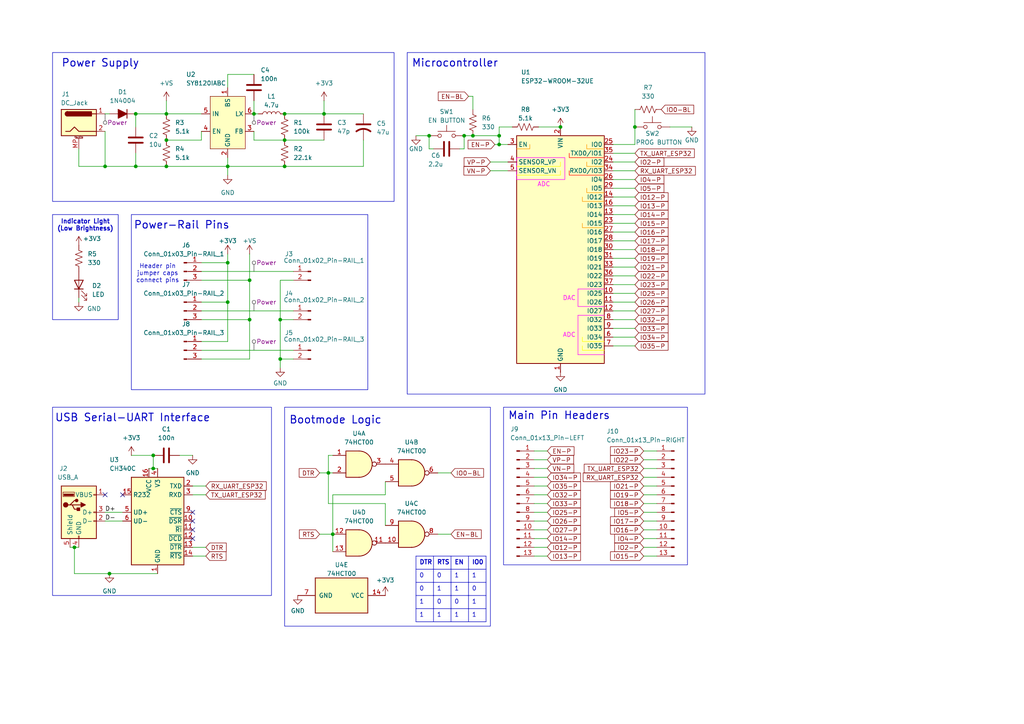
<source format=kicad_sch>
(kicad_sch (version 20250114) (generator "eeschema") (generator_version "9.0")
  (paper "A4")
  (title_block (title "ZBoard Mk-I") (date "2025-07-26") (rev "1") (company "The Zachary of Hobbs") (comment 3 "A great and wonderful ESP32-WROOM-32UE dev board designed by himself truly the \nZachary Hobbs who made this great item because he is kinda annoyed at currently existing \nboards which kinda suck to mount on a breadboard.\n\n"))
  (lib_symbols
    (symbol "74xx:74HCT00" (pin_names (offset 1.016))
      (property "Reference" "U" (at 0 1.27 0))
      (property "Value" "74HCT00" (at 0 -1.27 0))
      (symbol "74HCT00_1_1"
        (pin input line (at -7.62 2.54 0) (length 3.81) (name "~") (number "1"))
        (pin input line (at -7.62 -2.54 0) (length 3.81) (name "~") (number "2"))
        (pin output inverted (at 7.62 0 180) (length 3.81) (name "~") (number "3"))
      )
      (symbol "74HCT00_1_2"
        (pin input inverted (at -7.62 2.54 0) (length 4.318) (name "~") (number "1"))
        (pin input inverted (at -7.62 -2.54 0) (length 4.318) (name "~") (number "2"))
        (pin output line (at 7.62 0 180) (length 3.81) (name "~") (number "3"))
      )
      (symbol "74HCT00_2_1"
        (pin input line (at -7.62 2.54 0) (length 3.81) (name "~") (number "4"))
        (pin input line (at -7.62 -2.54 0) (length 3.81) (name "~") (number "5"))
        (pin output inverted (at 7.62 0 180) (length 3.81) (name "~") (number "6"))
      )
      (symbol "74HCT00_2_2"
        (pin input inverted (at -7.62 2.54 0) (length 4.318) (name "~") (number "4"))
        (pin input inverted (at -7.62 -2.54 0) (length 4.318) (name "~") (number "5"))
        (pin output line (at 7.62 0 180) (length 3.81) (name "~") (number "6"))
      )
      (symbol "74HCT00_3_1"
        (pin input line (at -7.62 2.54 0) (length 3.81) (name "~") (number "9"))
        (pin input line (at -7.62 -2.54 0) (length 3.81) (name "~") (number "10"))
        (pin output inverted (at 7.62 0 180) (length 3.81) (name "~") (number "8"))
      )
      (symbol "74HCT00_3_2"
        (pin input inverted (at -7.62 2.54 0) (length 4.318) (name "~") (number "9"))
        (pin input inverted (at -7.62 -2.54 0) (length 4.318) (name "~") (number "10"))
        (pin output line (at 7.62 0 180) (length 3.81) (name "~") (number "8"))
      )
      (symbol "74HCT00_4_1"
        (pin input line (at -7.62 2.54 0) (length 3.81) (name "~") (number "12"))
        (pin input line (at -7.62 -2.54 0) (length 3.81) (name "~") (number "13"))
        (pin output inverted (at 7.62 0 180) (length 3.81) (name "~") (number "11"))
      )
      (symbol "74HCT00_4_2"
        (pin input inverted (at -7.62 2.54 0) (length 4.318) (name "~") (number "12"))
        (pin input inverted (at -7.62 -2.54 0) (length 4.318) (name "~") (number "13"))
        (pin output line (at 7.62 0 180) (length 3.81) (name "~") (number "11"))
      )
      (symbol "74HCT00_5_0"
        (pin power_in line (at 0 12.7 270) (length 5.08) (name "VCC") (number "14"))
        (pin power_in line (at 0 -12.7 90) (length 5.08) (name "GND") (number "7"))
      )
    )
    (symbol "Connector:Barrel_Jack_MountingPin" (pin_names (hide yes))
      (property "Reference" "J" (at 0 5.334 0))
      (property "Value" "Barrel_Jack_MountingPin" (at 1.27 -6.35 0))
      (symbol "Barrel_Jack_MountingPin_1_1"
        (text "Mounting" (at 0 -4.191 0) (effects (font (size 0.381 0.381))))
        (pin passive line (at 0 -7.62 90) (length 3.048) (name "MountPin") (number "MP"))
        (pin passive line (at 7.62 2.54 180) (length 2.54) (name "~") (number "1"))
        (pin passive line (at 7.62 -2.54 180) (length 2.54) (name "~") (number "2"))
      )
    )
    (symbol "Connector:Conn_01x02_Pin" (pin_names (offset 1.016) (hide yes))
      (property "Reference" "J" (at 0 2.54 0))
      (property "Value" "Conn_01x02_Pin" (at 0 -5.08 0))
      (symbol "Conn_01x02_Pin_1_1"
        (pin passive line (at 5.08 0 180) (length 3.81) (name "Pin_1") (number "1"))
        (pin passive line (at 5.08 -2.54 180) (length 3.81) (name "Pin_2") (number "2"))
      )
    )
    (symbol "Connector:Conn_01x03_Pin" (pin_names (offset 1.016) (hide yes))
      (property "Reference" "J" (at 0 5.08 0))
      (property "Value" "Conn_01x03_Pin" (at 0 -5.08 0))
      (symbol "Conn_01x03_Pin_1_1"
        (pin passive line (at 5.08 2.54 180) (length 3.81) (name "Pin_1") (number "1"))
        (pin passive line (at 5.08 0 180) (length 3.81) (name "Pin_2") (number "2"))
        (pin passive line (at 5.08 -2.54 180) (length 3.81) (name "Pin_3") (number "3"))
      )
    )
    (symbol "Connector:Conn_01x13_Pin" (pin_names (offset 1.016) (hide yes))
      (property "Reference" "J" (at 0 17.78 0))
      (property "Value" "Conn_01x13_Pin" (at 0 -17.78 0))
      (symbol "Conn_01x13_Pin_1_1"
        (pin passive line (at 5.08 15.24 180) (length 3.81) (name "Pin_1") (number "1"))
        (pin passive line (at 5.08 12.7 180) (length 3.81) (name "Pin_2") (number "2"))
        (pin passive line (at 5.08 10.16 180) (length 3.81) (name "Pin_3") (number "3"))
        (pin passive line (at 5.08 7.62 180) (length 3.81) (name "Pin_4") (number "4"))
        (pin passive line (at 5.08 5.08 180) (length 3.81) (name "Pin_5") (number "5"))
        (pin passive line (at 5.08 2.54 180) (length 3.81) (name "Pin_6") (number "6"))
        (pin passive line (at 5.08 0 180) (length 3.81) (name "Pin_7") (number "7"))
        (pin passive line (at 5.08 -2.54 180) (length 3.81) (name "Pin_8") (number "8"))
        (pin passive line (at 5.08 -5.08 180) (length 3.81) (name "Pin_9") (number "9"))
        (pin passive line (at 5.08 -7.62 180) (length 3.81) (name "Pin_10") (number "10"))
        (pin passive line (at 5.08 -10.16 180) (length 3.81) (name "Pin_11") (number "11"))
        (pin passive line (at 5.08 -12.7 180) (length 3.81) (name "Pin_12") (number "12"))
        (pin passive line (at 5.08 -15.24 180) (length 3.81) (name "Pin_13") (number "13"))
      )
    )
    (symbol "Connector:USB_A" (pin_names (offset 1.016))
      (property "Reference" "J" (at -5.08 11.43 0))
      (property "Value" "USB_A" (at -5.08 8.89 0))
      (symbol "USB_A_1_1"
        (pin passive line (at -2.54 -10.16 90) (length 2.54) (name "Shield") (number "5"))
        (pin power_in line (at 0 -10.16 90) (length 2.54) (name "GND") (number "4"))
        (pin power_in line (at 7.62 5.08 180) (length 2.54) (name "VBUS") (number "1"))
        (pin bidirectional line (at 7.62 0 180) (length 2.54) (name "D+") (number "3"))
        (pin bidirectional line (at 7.62 -2.54 180) (length 2.54) (name "D-") (number "2"))
      )
    )
    (symbol "Device:C" (pin_numbers (hide yes)) (pin_names (offset 0.254))
      (property "Reference" "C" (at 0.635 2.54 0))
      (property "Value" "C" (at 0.635 -2.54 0))
      (symbol "C_1_1"
        (pin passive line (at 0 3.81 270) (length 2.794) (name "~") (number "1"))
        (pin passive line (at 0 -3.81 90) (length 2.794) (name "~") (number "2"))
      )
    )
    (symbol "Device:C_US" (pin_numbers (hide yes)) (pin_names (offset 0.254) (hide yes))
      (property "Reference" "C" (at 0.635 2.54 0))
      (property "Value" "C_US" (at 0.635 -2.54 0))
      (symbol "C_US_1_1"
        (pin passive line (at 0 3.81 270) (length 2.794) (name "~") (number "1"))
        (pin passive line (at 0 -3.81 90) (length 3.302) (name "~") (number "2"))
      )
    )
    (symbol "Device:L" (pin_numbers (hide yes)) (pin_names (offset 1.016) (hide yes))
      (property "Reference" "L" (at -1.27 0 90))
      (property "Value" "L" (at 1.905 0 90))
      (symbol "L_1_1"
        (pin passive line (at 0 3.81 270) (length 1.27) (name "1") (number "1"))
        (pin passive line (at 0 -3.81 90) (length 1.27) (name "2") (number "2"))
      )
    )
    (symbol "Device:LED" (pin_numbers (hide yes)) (pin_names (offset 1.016) (hide yes))
      (property "Reference" "D" (at 0 2.54 0))
      (property "Value" "LED" (at 0 -2.54 0))
      (symbol "LED_1_1"
        (pin passive line (at -3.81 0 0) (length 2.54) (name "K") (number "1"))
        (pin passive line (at 3.81 0 180) (length 2.54) (name "A") (number "2"))
      )
    )
    (symbol "Device:R_US" (pin_numbers (hide yes)) (pin_names (offset 0))
      (property "Reference" "R" (at 2.54 0 90))
      (property "Value" "R_US" (at -2.54 0 90))
      (symbol "R_US_1_1"
        (pin passive line (at 0 3.81 270) (length 1.27) (name "~") (number "1"))
        (pin passive line (at 0 -3.81 90) (length 1.27) (name "~") (number "2"))
      )
    )
    (symbol "Interface_USB:CH340C"
      (property "Reference" "U" (at -5.08 13.97 0))
      (property "Value" "CH340C" (at 1.27 13.97 0))
      (symbol "CH340C_1_1"
        (pin input line (at -10.16 7.62 0) (length 2.54) (name "R232") (number "15"))
        (pin bidirectional line (at -10.16 2.54 0) (length 2.54) (name "UD+") (number "5"))
        (pin bidirectional line (at -10.16 0 0) (length 2.54) (name "UD-") (number "6"))
        (pin no_connect line (at -7.62 -5.08 0) (length 2.54) (hide yes) (name "NC") (number "7"))
        (pin no_connect line (at -7.62 -7.62 0) (length 2.54) (hide yes) (name "NC") (number "8"))
        (pin power_in line (at -2.54 15.24 270) (length 2.54) (name "VCC") (number "16"))
        (pin power_out line (at 0 15.24 270) (length 2.54) (name "V3") (number "4"))
        (pin power_in line (at 0 -15.24 90) (length 2.54) (name "GND") (number "1"))
        (pin output line (at 10.16 10.16 180) (length 2.54) (name "TXD") (number "2"))
        (pin input line (at 10.16 7.62 180) (length 2.54) (name "RXD") (number "3"))
        (pin input line (at 10.16 2.54 180) (length 2.54) (name "~{CTS}") (number "9"))
        (pin input line (at 10.16 0 180) (length 2.54) (name "~{DSR}") (number "10"))
        (pin input line (at 10.16 -2.54 180) (length 2.54) (name "~{RI}") (number "11"))
        (pin input line (at 10.16 -5.08 180) (length 2.54) (name "~{DCD}") (number "12"))
        (pin output line (at 10.16 -7.62 180) (length 2.54) (name "~{DTR}") (number "13"))
        (pin output line (at 10.16 -10.16 180) (length 2.54) (name "~{RTS}") (number "14"))
      )
    )
    (symbol "PCM_Diode_AKL:1N4004" (pin_numbers (hide yes)) (pin_names (offset 1.016) (hide yes))
      (property "Reference" "D" (at 0 5.08 0))
      (property "Value" "1N4004" (at 0 2.54 0))
      (symbol "1N4004_1_1"
        (pin passive line (at -3.81 0 0) (length 2.54) (name "A") (number "2"))
        (pin passive line (at 3.81 0 180) (length 2.54) (name "K") (number "1"))
      )
      (symbol "1N4004_1_2"
        (pin passive line (at -2.54 -2.54 0) (length 0) (name "A") (number "2"))
        (pin passive line (at 2.54 2.54 180) (length 0) (name "K") (number "1"))
      )
    )
    (symbol "Switch:SW_Push" (pin_numbers (hide yes)) (pin_names (offset 1.016) (hide yes))
      (property "Reference" "SW" (at 1.27 2.54 0))
      (property "Value" "SW_Push" (at 0 -1.524 0))
      (symbol "SW_Push_0_1"
        (pin passive line (at -5.08 0 0) (length 2.54) (name "1") (number "1"))
        (pin passive line (at 5.08 0 180) (length 2.54) (name "2") (number "2"))
      )
    )
    (symbol "ZCustomSymbols:ESP32-WROOM-32UE"
      (property "Reference" "U" (at -23.114 39.37 0))
      (property "Value" "ESP32-WROOM-32UE" (at -23.114 36.83 0))
      (symbol "ESP32-WROOM-32UE_1_1"
        (text "ADC" (at -4.826 19.05 0) (effects (font (size 1.27 1.27))))
        (text "DAC" (at 2.54 -13.97 0) (effects (font (size 1.27 1.27))))
        (text "ADC" (at 2.54 -24.638 0) (effects (font (size 1.27 1.27))))
        (pin input line (at -15.24 30.48 0) (length 2.54) (name "EN") (number "3"))
        (pin input line (at -15.24 25.4 0) (length 2.54) (name "SENSOR_VP") (number "4"))
        (pin input line (at -15.24 22.86 0) (length 2.54) (name "SENSOR_VN") (number "5"))
        (pin no_connect line (at -12.7 0 0) (length 2.54) (hide yes) (name "NC") (number "21"))
        (pin no_connect line (at -12.7 -2.54 0) (length 2.54) (hide yes) (name "NC") (number "22"))
        (pin no_connect line (at -12.7 -5.08 0) (length 2.54) (hide yes) (name "NC") (number "17"))
        (pin no_connect line (at -12.7 -7.62 0) (length 2.54) (hide yes) (name "NC") (number "18"))
        (pin no_connect line (at -12.7 -10.16 0) (length 2.54) (hide yes) (name "NC") (number "20"))
        (pin no_connect line (at -12.7 -12.7 0) (length 2.54) (hide yes) (name "NC") (number "19"))
        (pin no_connect line (at -12.7 -27.94 0) (length 2.54) (hide yes) (name "NC") (number "32"))
        (pin power_in line (at 0 35.56 270) (length 2.54) (name "VIN") (number "2"))
        (pin power_in line (at 0 -35.56 90) (length 2.54) (name "GND") (number "1"))
        (pin passive line (at 0 -35.56 90) (length 2.54) (hide yes) (name "GND") (number "15"))
        (pin passive line (at 0 -35.56 90) (length 2.54) (hide yes) (name "GND") (number "38"))
        (pin passive line (at 0 -35.56 90) (length 2.54) (hide yes) (name "GND") (number "39"))
        (pin bidirectional line (at 15.24 30.48 180) (length 2.54) (name "IO0") (number "25"))
        (pin bidirectional line (at 15.24 27.94 180) (length 2.54) (name "TXD0/IO1") (number "35"))
        (pin bidirectional line (at 15.24 25.4 180) (length 2.54) (name "IO2") (number "24"))
        (pin bidirectional line (at 15.24 22.86 180) (length 2.54) (name "RXD0/IO3") (number "34"))
        (pin bidirectional line (at 15.24 20.32 180) (length 2.54) (name "IO4") (number "26"))
        (pin bidirectional line (at 15.24 17.78 180) (length 2.54) (name "IO5") (number "29"))
        (pin bidirectional line (at 15.24 15.24 180) (length 2.54) (name "IO12") (number "14"))
        (pin bidirectional line (at 15.24 12.7 180) (length 2.54) (name "IO13") (number "16"))
        (pin bidirectional line (at 15.24 10.16 180) (length 2.54) (name "IO14") (number "13"))
        (pin bidirectional line (at 15.24 7.62 180) (length 2.54) (name "IO15") (number "23"))
        (pin bidirectional line (at 15.24 5.08 180) (length 2.54) (name "IO16") (number "27"))
        (pin bidirectional line (at 15.24 2.54 180) (length 2.54) (name "IO17") (number "28"))
        (pin bidirectional line (at 15.24 0 180) (length 2.54) (name "IO18") (number "30"))
        (pin bidirectional line (at 15.24 -2.54 180) (length 2.54) (name "IO19") (number "31"))
        (pin bidirectional line (at 15.24 -5.08 180) (length 2.54) (name "IO21") (number "33"))
        (pin bidirectional line (at 15.24 -7.62 180) (length 2.54) (name "IO22") (number "36"))
        (pin bidirectional line (at 15.24 -10.16 180) (length 2.54) (name "IO23") (number "37"))
        (pin bidirectional line (at 15.24 -12.7 180) (length 2.54) (name "IO25") (number "10"))
        (pin bidirectional line (at 15.24 -15.24 180) (length 2.54) (name "IO26") (number "11"))
        (pin bidirectional line (at 15.24 -17.78 180) (length 2.54) (name "IO27") (number "12"))
        (pin bidirectional line (at 15.24 -20.32 180) (length 2.54) (name "IO32") (number "8"))
        (pin bidirectional line (at 15.24 -22.86 180) (length 2.54) (name "IO33") (number "9"))
        (pin input line (at 15.24 -25.4 180) (length 2.54) (name "IO34") (number "6"))
        (pin input line (at 15.24 -27.94 180) (length 2.54) (name "IO35") (number "7"))
      )
    )
    (symbol "ZCustomSymbols:SY8120IABC"
      (property "Reference" "U" (at -11.43 12.7 0))
      (property "Value" "SY8120IABC" (at -10.16 10.16 0))
      (symbol "SY8120IABC_1_1"
        (pin bidirectional line (at -7.62 2.54 0) (length 2.54) (name "IN") (number "5"))
        (pin bidirectional line (at -7.62 -2.54 0) (length 2.54) (name "EN") (number "4"))
        (pin bidirectional line (at 0 10.16 270) (length 2.54) (name "BS") (number "1"))
        (pin bidirectional line (at 0 -10.16 90) (length 2.54) (name "GND") (number "2"))
        (pin bidirectional line (at 7.62 2.54 180) (length 2.54) (name "LX") (number "6"))
        (pin bidirectional line (at 7.62 -2.54 180) (length 2.54) (name "FB") (number "3"))
      )
    )
    (symbol "power:+3V3" (power) (pin_numbers (hide yes)) (pin_names (offset 0) (hide yes))
      (property "Value" "+3V3" (at 0 3.556 0))
      (symbol "+3V3_1_1"
        (pin power_in line (at 0 0 90) (length 0) (name "~") (number "1"))
      )
    )
    (symbol "power:GND" (power) (pin_numbers (hide yes)) (pin_names (offset 0) (hide yes))
      (property "Value" "GND" (at 0 -3.81 0))
      (symbol "GND_1_1"
        (pin power_in line (at 0 0 270) (length 0) (name "~") (number "1"))
      )
    )
  )
  (rectangle (start 15.24 118.11) (end 78.74 172.72))
  (rectangle (start 146.05 118.11) (end 199.39 163.83))
  (rectangle (start 118.11 15.24) (end 204.47 114.3))
  (rectangle (start 82.55 118.11) (end 142.24 181.61))
  (rectangle (start 15.24 15.24) (end 114.3 58.42))
  (rectangle (start 38.1 62.23) (end 106.68 113.03))
  (rectangle (start 15.24 62.23) (end 34.29 92.71))
  (text "USB Serial-UART Interface" (at 15.875 121.285 0) (effects (font (size 2.2 2.2) (thickness 0.275)) (justify left)))
  (text "Indicator Light\n(Low Brightness)" (at 24.765 65.405 0) (effects (font (size 1.27 1.27) (thickness 0.254) (bold yes))))
  (text "Power Supply" (at 17.78 18.415 0) (effects (font (size 2.2 2.2) (thickness 0.275)) (justify left)))
  (text "Header pin\njumper caps\nconnect pins" (at 45.72 79.375 0) (effects (font (size 1.27 1.27))))
  (text "Main Pin Headers" (at 147.32 120.65 0) (effects (font (size 2.2 2.2) (thickness 0.275)) (justify left)))
  (text "Bootmode Logic" (at 83.82 121.92 0) (effects (font (size 2.2 2.2) (thickness 0.275)) (justify left)))
  (text "Power-Rail Pins" (at 38.735 65.405 0) (effects (font (size 2.2 2.2) (thickness 0.275)) (justify left)))
  (text "Microcontroller" (at 119.38 18.415 0) (effects (font (size 2.2 2.2) (thickness 0.275)) (justify left)))
  (junction (at 21.59 158.75))
  (junction (at 31.75 166.37))
  (junction (at 66.04 87.63))
  (junction (at 44.45 132.08))
  (junction (at 184.15 36.83))
  (junction (at 144.78 41.91))
  (junction (at 44.45 135.89))
  (junction (at 39.37 48.26))
  (junction (at 95.25 137.16))
  (junction (at 66.04 48.26))
  (junction (at 81.28 104.14))
  (junction (at 134.62 39.37))
  (junction (at 30.48 48.26))
  (junction (at 48.26 48.26))
  (junction (at 48.26 33.02))
  (junction (at 72.39 92.71))
  (junction (at 82.55 40.64))
  (junction (at 66.04 76.2))
  (junction (at 39.37 33.02))
  (junction (at 82.55 48.26))
  (junction (at 72.39 81.28))
  (junction (at 81.28 92.71))
  (junction (at 144.78 39.37))
  (junction (at 124.46 39.37))
  (junction (at 82.55 33.02))
  (junction (at 73.66 33.02))
  (junction (at 96.52 154.94))
  (junction (at 48.26 40.64))
  (junction (at 137.16 39.37))
  (junction (at 93.98 33.02))
  (junction (at 162.56 36.83))
  (no_connect (at 30.48 143.51))
  (no_connect (at 55.88 156.21))
  (no_connect (at 55.88 148.59))
  (no_connect (at 55.88 151.13))
  (no_connect (at 35.56 143.51))
  (no_connect (at 55.88 153.67))
  (wire (pts (xy 154.94 133.35) (xy 158.75 133.35)))
  (wire (pts (xy 73.66 21.59) (xy 66.04 21.59)))
  (wire (pts (xy 154.94 158.75) (xy 158.75 158.75)))
  (wire (pts (xy 177.8 85.09) (xy 184.15 85.09)))
  (wire (pts (xy 44.45 132.08) (xy 44.45 135.89)))
  (wire (pts (xy 21.59 158.75) (xy 20.32 158.75)))
  (wire (pts (xy 154.94 130.81) (xy 158.75 130.81)))
  (wire (pts (xy 177.8 64.77) (xy 184.15 64.77)))
  (wire (pts (xy 154.94 153.67) (xy 158.75 153.67)))
  (wire (pts (xy 177.8 62.23) (xy 184.15 62.23)))
  (wire (pts (xy 194.31 36.83) (xy 200.66 36.83)))
  (wire (pts (xy 30.48 38.1) (xy 30.48 48.26)))
  (wire (pts (xy 92.71 154.94) (xy 96.52 154.94)))
  (wire (pts (xy 154.94 156.21) (xy 158.75 156.21)))
  (wire (pts (xy 186.69 158.75) (xy 190.5 158.75)))
  (wire (pts (xy 31.75 166.37) (xy 21.59 166.37)))
  (wire (pts (xy 184.15 41.91) (xy 177.8 41.91)))
  (wire (pts (xy 186.69 146.05) (xy 190.5 146.05)))
  (wire (pts (xy 95.25 146.05) (xy 111.76 146.05)))
  (wire (pts (xy 31.75 166.37) (xy 45.72 166.37)))
  (wire (pts (xy 58.42 90.17) (xy 85.09 90.17)))
  (wire (pts (xy 127 154.94) (xy 130.81 154.94)))
  (wire (pts (xy 177.8 72.39) (xy 184.15 72.39)))
  (wire (pts (xy 134.62 39.37) (xy 137.16 39.37)))
  (wire (pts (xy 55.88 158.75) (xy 59.69 158.75)))
  (wire (pts (xy 93.98 33.02) (xy 105.41 33.02)))
  (wire (pts (xy 30.48 151.13) (xy 35.56 151.13)))
  (wire (pts (xy 111.76 146.05) (xy 111.76 152.4)))
  (wire (pts (xy 21.59 166.37) (xy 21.59 158.75)))
  (wire (pts (xy 186.69 130.81) (xy 190.5 130.81)))
  (wire (pts (xy 74.93 33.02) (xy 73.66 33.02)))
  (wire (pts (xy 43.18 135.89) (xy 44.45 135.89)))
  (wire (pts (xy 81.28 92.71) (xy 81.28 81.28)))
  (wire (pts (xy 72.39 81.28) (xy 58.42 81.28)))
  (wire (pts (xy 48.26 33.02) (xy 58.42 33.02)))
  (wire (pts (xy 58.42 101.6) (xy 85.09 101.6)))
  (wire (pts (xy 30.48 48.26) (xy 39.37 48.26)))
  (wire (pts (xy 95.25 137.16) (xy 95.25 146.05)))
  (wire (pts (xy 58.42 40.64) (xy 58.42 38.1)))
  (wire (pts (xy 137.16 39.37) (xy 144.78 39.37)))
  (wire (pts (xy 95.25 132.08) (xy 96.52 132.08)))
  (wire (pts (xy 177.8 80.01) (xy 184.15 80.01)))
  (wire (pts (xy 134.62 43.18) (xy 134.62 39.37)))
  (wire (pts (xy 48.26 29.21) (xy 48.26 33.02)))
  (wire (pts (xy 154.94 161.29) (xy 158.75 161.29)))
  (wire (pts (xy 186.69 151.13) (xy 190.5 151.13)))
  (wire (pts (xy 177.8 49.53) (xy 184.15 49.53)))
  (wire (pts (xy 144.78 36.83) (xy 148.59 36.83)))
  (wire (pts (xy 81.28 104.14) (xy 81.28 92.71)))
  (wire (pts (xy 177.8 59.69) (xy 184.15 59.69)))
  (wire (pts (xy 105.41 40.64) (xy 105.41 48.26)))
  (wire (pts (xy 48.26 48.26) (xy 66.04 48.26)))
  (wire (pts (xy 154.94 138.43) (xy 158.75 138.43)))
  (wire (pts (xy 66.04 48.26) (xy 82.55 48.26)))
  (wire (pts (xy 96.52 154.94) (xy 96.52 160.02)))
  (wire (pts (xy 186.69 140.97) (xy 190.5 140.97)))
  (wire (pts (xy 127 137.16) (xy 130.81 137.16)))
  (wire (pts (xy 186.69 133.35) (xy 190.5 133.35)))
  (wire (pts (xy 154.94 143.51) (xy 158.75 143.51)))
  (wire (pts (xy 81.28 92.71) (xy 85.09 92.71)))
  (wire (pts (xy 72.39 81.28) (xy 72.39 92.71)))
  (wire (pts (xy 133.35 43.18) (xy 134.62 43.18)))
  (wire (pts (xy 38.1 132.08) (xy 44.45 132.08)))
  (wire (pts (xy 177.8 77.47) (xy 184.15 77.47)))
  (wire (pts (xy 186.69 135.89) (xy 190.5 135.89)))
  (wire (pts (xy 142.24 46.99) (xy 147.32 46.99)))
  (wire (pts (xy 144.78 41.91) (xy 144.78 39.37)))
  (wire (pts (xy 55.88 140.97) (xy 59.69 140.97)))
  (wire (pts (xy 186.69 138.43) (xy 190.5 138.43)))
  (wire (pts (xy 177.8 90.17) (xy 184.15 90.17)))
  (wire (pts (xy 22.86 158.75) (xy 21.59 158.75)))
  (wire (pts (xy 95.25 137.16) (xy 96.52 137.16)))
  (wire (pts (xy 186.69 143.51) (xy 190.5 143.51)))
  (wire (pts (xy 105.41 48.26) (xy 82.55 48.26)))
  (wire (pts (xy 30.48 148.59) (xy 35.56 148.59)))
  (wire (pts (xy 58.42 78.74) (xy 85.09 78.74)))
  (wire (pts (xy 39.37 44.45) (xy 39.37 48.26)))
  (wire (pts (xy 143.51 41.91) (xy 144.78 41.91)))
  (wire (pts (xy 142.24 49.53) (xy 147.32 49.53)))
  (wire (pts (xy 66.04 45.72) (xy 66.04 48.26)))
  (wire (pts (xy 66.04 87.63) (xy 58.42 87.63)))
  (wire (pts (xy 72.39 92.71) (xy 58.42 92.71)))
  (wire (pts (xy 95.25 132.08) (xy 95.25 137.16)))
  (wire (pts (xy 96.52 154.94) (xy 96.52 143.51)))
  (wire (pts (xy 66.04 50.8) (xy 66.04 48.26)))
  (wire (pts (xy 30.48 33.02) (xy 31.75 33.02)))
  (wire (pts (xy 177.8 46.99) (xy 184.15 46.99)))
  (wire (pts (xy 177.8 52.07) (xy 184.15 52.07)))
  (wire (pts (xy 135.89 27.94) (xy 137.16 27.94)))
  (wire (pts (xy 22.86 48.26) (xy 22.86 43.18)))
  (wire (pts (xy 52.07 132.08) (xy 55.88 132.08)))
  (wire (pts (xy 177.8 97.79) (xy 184.15 97.79)))
  (wire (pts (xy 154.94 135.89) (xy 158.75 135.89)))
  (wire (pts (xy 144.78 41.91) (xy 147.32 41.91)))
  (wire (pts (xy 186.69 148.59) (xy 190.5 148.59)))
  (wire (pts (xy 92.71 137.16) (xy 95.25 137.16)))
  (wire (pts (xy 39.37 48.26) (xy 48.26 48.26)))
  (wire (pts (xy 72.39 104.14) (xy 58.42 104.14)))
  (wire (pts (xy 73.66 40.64) (xy 82.55 40.64)))
  (wire (pts (xy 137.16 27.94) (xy 137.16 31.75)))
  (wire (pts (xy 186.69 161.29) (xy 190.5 161.29)))
  (wire (pts (xy 177.8 100.33) (xy 184.15 100.33)))
  (wire (pts (xy 81.28 81.28) (xy 85.09 81.28)))
  (wire (pts (xy 22.86 48.26) (xy 30.48 48.26)))
  (wire (pts (xy 81.28 104.14) (xy 85.09 104.14)))
  (wire (pts (xy 177.8 95.25) (xy 184.15 95.25)))
  (wire (pts (xy 66.04 76.2) (xy 58.42 76.2)))
  (wire (pts (xy 48.26 40.64) (xy 58.42 40.64)))
  (wire (pts (xy 39.37 33.02) (xy 48.26 33.02)))
  (wire (pts (xy 124.46 39.37) (xy 124.46 43.18)))
  (wire (pts (xy 66.04 76.2) (xy 66.04 87.63)))
  (wire (pts (xy 184.15 31.75) (xy 184.15 36.83)))
  (wire (pts (xy 93.98 29.21) (xy 93.98 33.02)))
  (wire (pts (xy 55.88 161.29) (xy 59.69 161.29)))
  (wire (pts (xy 184.15 36.83) (xy 184.15 41.91)))
  (wire (pts (xy 177.8 44.45) (xy 184.15 44.45)))
  (wire (pts (xy 73.66 29.21) (xy 73.66 33.02)))
  (wire (pts (xy 177.8 69.85) (xy 184.15 69.85)))
  (wire (pts (xy 186.69 156.21) (xy 190.5 156.21)))
  (wire (pts (xy 154.94 148.59) (xy 158.75 148.59)))
  (wire (pts (xy 177.8 54.61) (xy 184.15 54.61)))
  (wire (pts (xy 44.45 135.89) (xy 45.72 135.89)))
  (wire (pts (xy 81.28 106.68) (xy 81.28 104.14)))
  (wire (pts (xy 39.37 36.83) (xy 39.37 33.02)))
  (wire (pts (xy 120.65 39.37) (xy 124.46 39.37)))
  (wire (pts (xy 177.8 67.31) (xy 184.15 67.31)))
  (wire (pts (xy 72.39 92.71) (xy 72.39 104.14)))
  (wire (pts (xy 96.52 143.51) (xy 111.76 143.51)))
  (wire (pts (xy 154.94 146.05) (xy 158.75 146.05)))
  (wire (pts (xy 82.55 40.64) (xy 93.98 40.64)))
  (wire (pts (xy 72.39 73.66) (xy 72.39 81.28)))
  (wire (pts (xy 154.94 151.13) (xy 158.75 151.13)))
  (wire (pts (xy 73.66 38.1) (xy 73.66 40.64)))
  (wire (pts (xy 82.55 33.02) (xy 93.98 33.02)))
  (wire (pts (xy 177.8 74.93) (xy 184.15 74.93)))
  (wire (pts (xy 154.94 140.97) (xy 158.75 140.97)))
  (wire (pts (xy 66.04 99.06) (xy 58.42 99.06)))
  (wire (pts (xy 177.8 82.55) (xy 184.15 82.55)))
  (wire (pts (xy 66.04 73.66) (xy 66.04 76.2)))
  (wire (pts (xy 55.88 143.51) (xy 59.69 143.51)))
  (wire (pts (xy 66.04 21.59) (xy 66.04 25.4)))
  (wire (pts (xy 186.69 153.67) (xy 190.5 153.67)))
  (wire (pts (xy 66.04 87.63) (xy 66.04 99.06)))
  (wire (pts (xy 156.21 36.83) (xy 162.56 36.83)))
  (wire (pts (xy 144.78 36.83) (xy 144.78 39.37)))
  (wire (pts (xy 22.86 86.36) (xy 22.86 87.63)))
  (wire (pts (xy 111.76 143.51) (xy 111.76 139.7)))
  (wire (pts (xy 177.8 87.63) (xy 184.15 87.63)))
  (wire (pts (xy 177.8 57.15) (xy 184.15 57.15)))
  (wire (pts (xy 124.46 43.18) (xy 125.73 43.18)))
  (wire (pts (xy 177.8 92.71) (xy 184.15 92.71)))
  (table (column_count 4) (border (external yes) (header yes) (stroke (width 0.4))) (separators (rows yes) (cols yes)) (column_widths 5.08 5.08 5.08 5.08) (row_heights 3.81 3.81 3.81 3.81 3.81) (cells (table_cell "DTR" (at 120.65 161.29 0) (size 5.08 3.81) (margins 0.9525 0.9525 0.9525 0.9525) (span 1 1)) (table_cell "RTS" (at 125.73 161.29 0) (size 5.08 3.81) (margins 0.9525 0.9525 0.9525 0.9525) (span 1 1)) (table_cell "EN" (at 130.81 161.29 0) (size 5.08 3.81) (margins 0.9525 0.9525 0.9525 0.9525) (span 1 1)) (table_cell "IO0" (at 135.89 161.29 0) (size 5.08 3.81) (margins 0.9525 0.9525 0.9525 0.9525) (span 1 1)) (table_cell "0" (at 120.65 165.1 0) (size 5.08 3.81) (margins 0.9525 0.9525 0.9525 0.9525) (span 1 1)) (table_cell "0" (at 125.73 165.1 0) (size 5.08 3.81) (margins 0.9525 0.9525 0.9525 0.9525) (span 1 1)) (table_cell "1" (at 130.81 165.1 0) (size 5.08 3.81) (margins 0.9525 0.9525 0.9525 0.9525) (span 1 1)) (table_cell "1" (at 135.89 165.1 0) (size 5.08 3.81) (margins 0.9525 0.9525 0.9525 0.9525) (span 1 1)) (table_cell "0" (at 120.65 168.91 0) (size 5.08 3.81) (margins 0.9525 0.9525 0.9525 0.9525) (span 1 1)) (table_cell "1" (at 125.73 168.91 0) (size 5.08 3.81) (margins 0.9525 0.9525 0.9525 0.9525) (span 1 1)) (table_cell "1" (at 130.81 168.91 0) (size 5.08 3.81) (margins 0.9525 0.9525 0.9525 0.9525) (span 1 1)) (table_cell "0" (at 135.89 168.91 0) (size 5.08 3.81) (margins 0.9525 0.9525 0.9525 0.9525) (span 1 1)) (table_cell "1" (at 120.65 172.72 0) (size 5.08 3.81) (margins 0.9525 0.9525 0.9525 0.9525) (span 1 1)) (table_cell "0" (at 125.73 172.72 0) (size 5.08 3.81) (margins 0.9525 0.9525 0.9525 0.9525) (span 1 1)) (table_cell "0" (at 130.81 172.72 0) (size 5.08 3.81) (margins 0.9525 0.9525 0.9525 0.9525) (span 1 1)) (table_cell "1" (at 135.89 172.72 0) (size 5.08 3.81) (margins 0.9525 0.9525 0.9525 0.9525) (span 1 1)) (table_cell "1" (at 120.65 176.53 0) (size 5.08 3.81) (margins 0.9525 0.9525 0.9525 0.9525) (span 1 1)) (table_cell "1" (at 125.73 176.53 0) (size 5.08 3.81) (margins 0.9525 0.9525 0.9525 0.9525) (span 1 1)) (table_cell "1" (at 130.81 176.53 0) (size 5.08 3.81) (margins 0.9525 0.9525 0.9525 0.9525) (span 1 1)) (table_cell "1" (at 135.89 176.53 0) (size 5.08 3.81) (margins 0.9525 0.9525 0.9525 0.9525) (span 1 1))))
  (label "D-" (at 30.48 151.13 0))
  (label "D+" (at 30.48 148.59 0))
  (global_label "IO4-P" (shape input) (at 186.69 156.21 180) (property "Intersheetrefs" "${INTERSHEET_REFS}" (effects (hide yes))))
  (global_label "VN-P" (shape input) (at 142.24 49.53 180) (property "Intersheetrefs" "${INTERSHEET_REFS}" (effects (hide yes))))
  (global_label "IO15-P" (shape input) (at 186.69 161.29 180) (property "Intersheetrefs" "${INTERSHEET_REFS}" (effects (hide yes))))
  (global_label "IO2-P" (shape input) (at 186.69 158.75 180) (property "Intersheetrefs" "${INTERSHEET_REFS}" (effects (hide yes))))
  (global_label "IO5-P" (shape input) (at 184.15 54.61 0) (property "Intersheetrefs" "${INTERSHEET_REFS}" (effects (hide yes))))
  (global_label "RX_UART_ESP32" (shape input) (at 59.69 140.97 0) (property "Intersheetrefs" "${INTERSHEET_REFS}" (effects (hide yes))))
  (global_label "IO5-P" (shape input) (at 186.69 148.59 180) (property "Intersheetrefs" "${INTERSHEET_REFS}" (effects (hide yes))))
  (global_label "IO17-P" (shape input) (at 186.69 151.13 180) (property "Intersheetrefs" "${INTERSHEET_REFS}" (effects (hide yes))))
  (global_label "IO34-P" (shape input) (at 184.15 97.79 0) (property "Intersheetrefs" "${INTERSHEET_REFS}" (effects (hide yes))))
  (global_label "IO32-P" (shape input) (at 158.75 143.51 0) (property "Intersheetrefs" "${INTERSHEET_REFS}" (effects (hide yes))))
  (global_label "IO23-P" (shape input) (at 184.15 82.55 0) (property "Intersheetrefs" "${INTERSHEET_REFS}" (effects (hide yes))))
  (global_label "IO22-P" (shape input) (at 186.69 133.35 180) (property "Intersheetrefs" "${INTERSHEET_REFS}" (effects (hide yes))))
  (global_label "IO13-P" (shape input) (at 158.75 161.29 0) (property "Intersheetrefs" "${INTERSHEET_REFS}" (effects (hide yes))))
  (global_label "VP-P" (shape input) (at 142.24 46.99 180) (property "Intersheetrefs" "${INTERSHEET_REFS}" (effects (hide yes))))
  (global_label "IO16-P" (shape input) (at 184.15 67.31 0) (property "Intersheetrefs" "${INTERSHEET_REFS}" (effects (hide yes))))
  (global_label "TX_UART_ESP32" (shape input) (at 186.69 135.89 180) (property "Intersheetrefs" "${INTERSHEET_REFS}" (effects (hide yes))))
  (global_label "IO35-P" (shape input) (at 158.75 140.97 0) (property "Intersheetrefs" "${INTERSHEET_REFS}" (effects (hide yes))))
  (global_label "IO16-P" (shape input) (at 186.69 153.67 180) (property "Intersheetrefs" "${INTERSHEET_REFS}" (effects (hide yes))))
  (global_label "IO33-P" (shape input) (at 158.75 146.05 0) (property "Intersheetrefs" "${INTERSHEET_REFS}" (effects (hide yes))))
  (global_label "DTR" (shape input) (at 59.69 158.75 0) (property "Intersheetrefs" "${INTERSHEET_REFS}" (effects (hide yes))))
  (global_label "EN-P" (shape input) (at 143.51 41.91 180) (property "Intersheetrefs" "${INTERSHEET_REFS}" (effects (hide yes))))
  (global_label "IO32-P" (shape input) (at 184.15 92.71 0) (property "Intersheetrefs" "${INTERSHEET_REFS}" (effects (hide yes))))
  (global_label "IO33-P" (shape input) (at 184.15 95.25 0) (property "Intersheetrefs" "${INTERSHEET_REFS}" (effects (hide yes))))
  (global_label "IO19-P" (shape input) (at 184.15 74.93 0) (property "Intersheetrefs" "${INTERSHEET_REFS}" (effects (hide yes))))
  (global_label "IO19-P" (shape input) (at 186.69 143.51 180) (property "Intersheetrefs" "${INTERSHEET_REFS}" (effects (hide yes))))
  (global_label "IO26-P" (shape input) (at 184.15 87.63 0) (property "Intersheetrefs" "${INTERSHEET_REFS}" (effects (hide yes))))
  (global_label "IO34-P" (shape input) (at 158.75 138.43 0) (property "Intersheetrefs" "${INTERSHEET_REFS}" (effects (hide yes))))
  (global_label "RX_UART_ESP32" (shape input) (at 184.15 49.53 0) (property "Intersheetrefs" "${INTERSHEET_REFS}" (effects (hide yes))))
  (global_label "IO15-P" (shape input) (at 184.15 64.77 0) (property "Intersheetrefs" "${INTERSHEET_REFS}" (effects (hide yes))))
  (global_label "IO21-P" (shape input) (at 184.15 77.47 0) (property "Intersheetrefs" "${INTERSHEET_REFS}" (effects (hide yes))))
  (global_label "IO12-P" (shape input) (at 158.75 158.75 0) (property "Intersheetrefs" "${INTERSHEET_REFS}" (effects (hide yes))))
  (global_label "IO27-P" (shape input) (at 184.15 90.17 0) (property "Intersheetrefs" "${INTERSHEET_REFS}" (effects (hide yes))))
  (global_label "IO21-P" (shape input) (at 186.69 140.97 180) (property "Intersheetrefs" "${INTERSHEET_REFS}" (effects (hide yes))))
  (global_label "EN-BL" (shape input) (at 130.81 154.94 0) (property "Intersheetrefs" "${INTERSHEET_REFS}" (effects (hide yes))))
  (global_label "IO27-P" (shape input) (at 158.75 153.67 0) (property "Intersheetrefs" "${INTERSHEET_REFS}" (effects (hide yes))))
  (global_label "IO13-P" (shape input) (at 184.15 59.69 0) (property "Intersheetrefs" "${INTERSHEET_REFS}" (effects (hide yes))))
  (global_label "VN-P" (shape input) (at 158.75 135.89 0) (property "Intersheetrefs" "${INTERSHEET_REFS}" (effects (hide yes))))
  (global_label "IO25-P" (shape input) (at 158.75 148.59 0) (property "Intersheetrefs" "${INTERSHEET_REFS}" (effects (hide yes))))
  (global_label "DTR" (shape input) (at 92.71 137.16 180) (property "Intersheetrefs" "${INTERSHEET_REFS}" (effects (hide yes))))
  (global_label "IO14-P" (shape input) (at 184.15 62.23 0) (property "Intersheetrefs" "${INTERSHEET_REFS}" (effects (hide yes))))
  (global_label "RX_UART_ESP32" (shape input) (at 186.69 138.43 180) (property "Intersheetrefs" "${INTERSHEET_REFS}" (effects (hide yes))))
  (global_label "IO22-P" (shape input) (at 184.15 80.01 0) (property "Intersheetrefs" "${INTERSHEET_REFS}" (effects (hide yes))))
  (global_label "IO2-P" (shape input) (at 184.15 46.99 0) (property "Intersheetrefs" "${INTERSHEET_REFS}" (effects (hide yes))))
  (global_label "IO0-BL" (shape input) (at 130.81 137.16 0) (property "Intersheetrefs" "${INTERSHEET_REFS}" (effects (hide yes))))
  (global_label "EN-P" (shape input) (at 158.75 130.81 0) (property "Intersheetrefs" "${INTERSHEET_REFS}" (effects (hide yes))))
  (global_label "IO23-P" (shape input) (at 186.69 130.81 180) (property "Intersheetrefs" "${INTERSHEET_REFS}" (effects (hide yes))))
  (global_label "TX_UART_ESP32" (shape input) (at 184.15 44.45 0) (property "Intersheetrefs" "${INTERSHEET_REFS}" (effects (hide yes))))
  (global_label "IO25-P" (shape input) (at 184.15 85.09 0) (property "Intersheetrefs" "${INTERSHEET_REFS}" (effects (hide yes))))
  (global_label "TX_UART_ESP32" (shape input) (at 59.69 143.51 0) (property "Intersheetrefs" "${INTERSHEET_REFS}" (effects (hide yes))))
  (global_label "IO18-P" (shape input) (at 186.69 146.05 180) (property "Intersheetrefs" "${INTERSHEET_REFS}" (effects (hide yes))))
  (global_label "IO18-P" (shape input) (at 184.15 72.39 0) (property "Intersheetrefs" "${INTERSHEET_REFS}" (effects (hide yes))))
  (global_label "EN-BL" (shape input) (at 135.89 27.94 180) (property "Intersheetrefs" "${INTERSHEET_REFS}" (effects (hide yes))))
  (global_label "RTS" (shape input) (at 59.69 161.29 0) (property "Intersheetrefs" "${INTERSHEET_REFS}" (effects (hide yes))))
  (global_label "IO4-P" (shape input) (at 184.15 52.07 0) (property "Intersheetrefs" "${INTERSHEET_REFS}" (effects (hide yes))))
  (global_label "IO17-P" (shape input) (at 184.15 69.85 0) (property "Intersheetrefs" "${INTERSHEET_REFS}" (effects (hide yes))))
  (global_label "VP-P" (shape input) (at 158.75 133.35 0) (property "Intersheetrefs" "${INTERSHEET_REFS}" (effects (hide yes))))
  (global_label "IO14-P" (shape input) (at 158.75 156.21 0) (property "Intersheetrefs" "${INTERSHEET_REFS}" (effects (hide yes))))
  (global_label "IO12-P" (shape input) (at 184.15 57.15 0) (property "Intersheetrefs" "${INTERSHEET_REFS}" (effects (hide yes))))
  (global_label "IO35-P" (shape input) (at 184.15 100.33 0) (property "Intersheetrefs" "${INTERSHEET_REFS}" (effects (hide yes))))
  (global_label "IO26-P" (shape input) (at 158.75 151.13 0) (property "Intersheetrefs" "${INTERSHEET_REFS}" (effects (hide yes))))
  (global_label "RTS" (shape input) (at 92.71 154.94 180) (property "Intersheetrefs" "${INTERSHEET_REFS}" (effects (hide yes))))
  (global_label "IO0-BL" (shape input) (at 191.77 31.75 0) (property "Intersheetrefs" "${INTERSHEET_REFS}" (effects (hide yes))))
  (netclass_flag "" (length 2.54) (shape round) (at 73.66 33.02 180) (property "Netclass" "Power" (at 74.3585 35.56 0) (effects (justify left))))
  (netclass_flag "" (length 2.54) (shape round) (at 30.48 33.02 180) (property "Netclass" "Power" (at 31.115 35.56 0) (effects (justify left))))
  (netclass_flag "" (length 2.54) (shape round) (at 73.66 90.17 0) (property "Netclass" "Power" (at 74.3585 87.63 0) (effects (justify left))))
  (netclass_flag "" (length 2.54) (shape round) (at 73.66 101.6 0) (property "Netclass" "Power" (at 74.3585 99.06 0) (effects (justify left))))
  (netclass_flag "" (length 2.54) (shape round) (at 73.66 78.74 0) (property "Netclass" "Power" (at 74.3585 76.2 0) (effects (justify left))))
  (symbol (lib_id "power:+3V3") (at 38.1 132.08 0) (unit 1)
    (property "Reference" "#PWR06" (effects (hide yes)))
    (property "Value" "+3V3" (at 38.1 127 0))
    (property "Description" "Power symbol creates a global label with name \"+3V3\"" (effects (hide yes)))
  )
  (symbol (lib_id "Device:C") (at 39.37 40.64 0) (unit 1)
    (property "Reference" "C2" (at 43.18 39.3699 0) (effects (justify left)))
    (property "Value" "10u" (at 43.18 41.9099 0) (effects (justify left)))
    (property "Description" "Unpolarized capacitor" (effects (hide yes)))
  )
  (symbol (lib_id "power:+3V3") (at 48.26 29.21 0) (unit 1)
    (property "Reference" "#PWR08" (effects (hide yes)))
    (property "Value" "+VS" (at 48.26 24.13 0))
    (property "Description" "Power symbol creates a global label with name \"+3V3\"" (effects (hide yes)))
  )
  (symbol (lib_id "74xx:74HCT00") (at 119.38 154.94 0) (unit 3)
    (property "Reference" "U4" (at 119.3717 146.05 0))
    (property "Value" "74HCT00" (at 119.3717 148.59 0))
    (property "Datasheet" "http://www.ti.com/lit/gpn/sn74hct00" (effects (hide yes)))
    (property "Description" "quad 2-input NAND gate" (effects (hide yes)))
  )
  (symbol (lib_id "Device:C_US") (at 105.41 36.83 0) (unit 1)
    (property "Reference" "C5" (at 109.22 35.8139 0) (effects (justify left)))
    (property "Value" "47u" (at 109.22 38.3539 0) (effects (justify left)))
    (property "Description" "capacitor, US symbol" (effects (hide yes)))
  )
  (symbol (lib_id "Device:C") (at 73.66 25.4 0) (unit 1)
    (property "Reference" "C4" (at 75.565 20.32 0) (effects (justify left)))
    (property "Value" "100n" (at 75.565 22.86 0) (effects (justify left)))
    (property "Description" "Unpolarized capacitor" (effects (hide yes)))
  )
  (symbol (lib_id "power:+3V3") (at 72.39 73.66 0) (unit 1)
    (property "Reference" "#PWR013" (effects (hide yes)))
    (property "Value" "+VS" (at 72.39 69.85 0))
    (property "Description" "Power symbol creates a global label with name \"+3V3\"" (effects (hide yes)))
  )
  (symbol (lib_id "Connector:Conn_01x03_Pin") (at 53.34 90.17 0) (unit 1)
    (property "Reference" "J7" (at 53.975 82.55 0))
    (property "Value" "Conn_01x03_Pin-RAIL_2" (at 53.34 85.09 0))
    (property "Footprint" "Connector_PinHeader_2.54mm:PinHeader_1x03_P2.54mm_Vertical" (effects (hide yes)))
    (property "Description" "Generic connector, single row, 01x03, script generated" (effects (hide yes)))
  )
  (symbol (lib_id "74xx:74HCT00") (at 99.06 172.72 270) (unit 5)
    (property "Reference" "U4" (at 99.06 163.83 90))
    (property "Value" "74HCT00" (at 99.06 166.37 90))
    (property "Datasheet" "http://www.ti.com/lit/gpn/sn74hct00" (effects (hide yes)))
    (property "Description" "quad 2-input NAND gate" (effects (hide yes)))
  )
  (symbol (lib_id "ZCustomSymbols:SY8120IABC") (at 66.04 35.56 0) (unit 1)
    (property "Reference" "U2" (at 53.975 21.59 0) (effects (justify left)))
    (property "Value" "SY8120IABC" (at 53.975 24.13 0) (effects (justify left)))
    (property "Footprint" "Package_TO_SOT_SMD:SOT-23-6" (effects (hide yes)))
    (property "Datasheet" "https://www.lcsc.com/datasheet/lcsc_datasheet_2409291036_Silergy-Corp-SY8120IABC_C479076.pdf" (effects (hide yes)))
  )
  (symbol (lib_id "Connector:Conn_01x13_Pin") (at 149.86 146.05 0) (unit 1)
    (property "Reference" "J9" (at 149.225 124.46 0))
    (property "Value" "Conn_01x13_Pin-LEFT" (at 158.75 127 0))
    (property "Footprint" "Connector_PinHeader_2.54mm:PinHeader_1x13_P2.54mm_Vertical" (effects (hide yes)))
    (property "Description" "Generic connector, single row, 01x13, script generated" (effects (hide yes)))
  )
  (symbol (lib_id "Connector:Conn_01x03_Pin") (at 53.34 101.6 0) (unit 1)
    (property "Reference" "J8" (at 53.975 93.98 0))
    (property "Value" "Conn_01x03_Pin-RAIL_3" (at 53.34 96.52 0))
    (property "Footprint" "Connector_PinHeader_2.54mm:PinHeader_1x03_P2.54mm_Vertical" (effects (hide yes)))
    (property "Description" "Generic connector, single row, 01x03, script generated" (effects (hide yes)))
  )
  (symbol (lib_id "power:GND") (at 55.88 132.08 0) (unit 1)
    (property "Reference" "#PWR04" (effects (hide yes)))
    (property "Value" "GND" (at 55.88 137.16 0))
    (property "Description" "Power symbol creates a global label with name \"GND\" , ground" (effects (hide yes)))
  )
  (symbol (lib_id "Device:R_US") (at 22.86 74.93 0) (unit 1)
    (property "Reference" "R5" (at 25.4 73.6599 0) (effects (justify left)))
    (property "Value" "330" (at 25.4 76.1999 0) (effects (justify left)))
    (property "Description" "Resistor, US symbol" (effects (hide yes)))
  )
  (symbol (lib_id "power:GND") (at 162.56 107.95 0) (unit 1)
    (property "Reference" "#PWR02" (effects (hide yes)))
    (property "Value" "GND" (at 162.56 113.03 0))
    (property "Description" "Power symbol creates a global label with name \"GND\" , ground" (effects (hide yes)))
  )
  (symbol (lib_id "Device:C") (at 48.26 132.08 90) (unit 1)
    (property "Reference" "C1" (at 48.26 124.46 90))
    (property "Value" "100n" (at 48.26 127 90))
    (property "Description" "Unpolarized capacitor" (effects (hide yes)))
  )
  (symbol (lib_id "ZCustomSymbols:ESP32-WROOM-32UE") (at 162.56 72.39 0) (unit 1)
    (property "Reference" "U1" (at 151.13 20.955 0) (effects (justify left)))
    (property "Value" "ESP32-WROOM-32UE" (at 151.13 23.495 0) (effects (justify left)))
    (property "Footprint" "RF_Module:ESP32-WROOM-32UE" (effects (hide yes)))
    (property "Datasheet" "https://www.espressif.com/sites/default/files/documentation/esp32-wroom-32e_esp32-wroom-32ue_datasheet_en.pdf" (effects (hide yes)))
    (property "Description" "RF Module, ESP32-D0WD-V3 SoC, without PSRAM, Wi-Fi 802.11b/g/n, Bluetooth, BLE, 32-bit, 2.7-3.6V, onboard antenna, SMD" (effects (hide yes)))
  )
  (symbol (lib_id "Device:R_US") (at 152.4 36.83 90) (unit 1)
    (property "Reference" "R8" (at 152.4 31.75 90))
    (property "Value" "5.1k" (at 152.4 34.29 90))
    (property "Description" "Resistor, US symbol" (effects (hide yes)))
  )
  (symbol (lib_id "74xx:74HCT00") (at 104.14 157.48 0) (unit 4)
    (property "Reference" "U4" (at 104.1317 148.59 0))
    (property "Value" "74HCT00" (at 104.1317 151.13 0))
    (property "Datasheet" "http://www.ti.com/lit/gpn/sn74hct00" (effects (hide yes)))
    (property "Description" "quad 2-input NAND gate" (effects (hide yes)))
  )
  (symbol (lib_id "Device:C") (at 93.98 36.83 0) (unit 1)
    (property "Reference" "C3" (at 97.79 35.5599 0) (effects (justify left)))
    (property "Value" "47p" (at 97.79 38.0999 0) (effects (justify left)))
    (property "Description" "Unpolarized capacitor" (effects (hide yes)))
  )
  (symbol (lib_id "Connector:Conn_01x13_Pin") (at 195.58 146.05 0) (mirror y) (unit 1)
    (property "Reference" "J10" (at 175.895 125.095 0) (effects (justify right)))
    (property "Value" "Conn_01x13_Pin-RIGHT" (at 175.895 127.635 0) (effects (justify right)))
    (property "Footprint" "Connector_PinHeader_2.54mm:PinHeader_1x13_P2.54mm_Vertical" (effects (hide yes)))
    (property "Description" "Generic connector, single row, 01x13, script generated" (effects (hide yes)))
  )
  (symbol (lib_id "Device:R_US") (at 82.55 44.45 0) (unit 1)
    (property "Reference" "R2" (at 85.09 43.1799 0) (effects (justify left)))
    (property "Value" "22.1k" (at 85.09 45.7199 0) (effects (justify left)))
    (property "Description" "Resistor, US symbol" (effects (hide yes)))
  )
  (symbol (lib_id "power:GND") (at 86.36 172.72 0) (unit 1)
    (property "Reference" "#PWR014" (effects (hide yes)))
    (property "Value" "GND" (at 86.36 177.165 0))
    (property "Description" "Power symbol creates a global label with name \"GND\" , ground" (effects (hide yes)))
  )
  (symbol (lib_id "Device:R_US") (at 82.55 36.83 180) (unit 1)
    (property "Reference" "R1" (at 85.09 35.5599 0) (effects (justify right)))
    (property "Value" "100k" (at 85.09 38.0999 0) (effects (justify right)))
    (property "Description" "Resistor, US symbol" (effects (hide yes)))
  )
  (symbol (lib_id "power:+3V3") (at 93.98 29.21 0) (unit 1)
    (property "Reference" "#PWR05" (effects (hide yes)))
    (property "Value" "+3V3" (at 93.98 24.13 0))
    (property "Description" "Power symbol creates a global label with name \"+3V3\"" (effects (hide yes)))
  )
  (symbol (lib_id "Device:L") (at 78.74 33.02 90) (unit 1)
    (property "Reference" "L1" (at 78.74 27.94 90))
    (property "Value" "4.7u" (at 78.74 30.48 90))
    (property "Description" "Inductor" (effects (hide yes)))
  )
  (symbol (lib_id "Device:R_US") (at 48.26 36.83 0) (unit 1)
    (property "Reference" "R3" (at 50.8 35.5599 0) (effects (justify left)))
    (property "Value" "5.1k" (at 50.8 38.0999 0) (effects (justify left)))
    (property "Description" "Resistor, US symbol" (effects (hide yes)))
  )
  (symbol (lib_id "power:GND") (at 200.66 36.83 0) (unit 1)
    (property "Reference" "#PWR016" (effects (hide yes)))
    (property "Value" "GND" (at 200.66 40.64 0))
    (property "Description" "Power symbol creates a global label with name \"GND\" , ground" (effects (hide yes)))
  )
  (symbol (lib_id "Device:R_US") (at 137.16 35.56 0) (unit 1)
    (property "Reference" "R6" (at 139.7 34.2899 0) (effects (justify left)))
    (property "Value" "330" (at 139.7 36.8299 0) (effects (justify left)))
    (property "Description" "Resistor, US symbol" (effects (hide yes)))
  )
  (symbol (lib_id "Connector:Conn_01x02_Pin") (at 90.17 78.74 0) (mirror y) (unit 1)
    (property "Reference" "J3" (at 83.82 73.66 0))
    (property "Value" "Conn_01x02_Pin-RAIL_1" (at 93.98 75.565 0))
    (property "Footprint" "Connector_PinHeader_2.54mm:PinHeader_1x02_P2.54mm_Vertical" (effects (hide yes)))
    (property "Description" "Generic connector, single row, 01x02, script generated" (effects (hide yes)))
  )
  (symbol (lib_id "Device:C") (at 129.54 43.18 270) (unit 1)
    (property "Reference" "C6" (at 126.365 45.085 90))
    (property "Value" "2.2u" (at 126.365 47.625 90))
    (property "Description" "Unpolarized capacitor" (effects (hide yes)))
  )
  (symbol (lib_id "power:GND") (at 22.86 87.63 0) (unit 1)
    (property "Reference" "#PWR010" (effects (hide yes)))
    (property "Value" "GND" (at 27.305 89.535 0))
    (property "Description" "Power symbol creates a global label with name \"GND\" , ground" (effects (hide yes)))
  )
  (symbol (lib_id "Connector:Conn_01x02_Pin") (at 90.17 90.17 0) (mirror y) (unit 1)
    (property "Reference" "J4" (at 83.82 85.09 0))
    (property "Value" "Conn_01x02_Pin-RAIL_2" (at 93.98 86.995 0))
    (property "Footprint" "Connector_PinHeader_2.54mm:PinHeader_1x02_P2.54mm_Vertical" (effects (hide yes)))
    (property "Description" "Generic connector, single row, 01x02, script generated" (effects (hide yes)))
  )
  (symbol (lib_id "Interface_USB:CH340C") (at 45.72 151.13 0) (unit 1)
    (property "Reference" "U3" (at 31.75 133.35 0) (effects (justify left)))
    (property "Value" "CH340C" (at 31.75 135.89 0) (effects (justify left)))
    (property "Footprint" "Package_SO:SOIC-16_3.9x9.9mm_P1.27mm" (effects (hide yes)))
    (property "Datasheet" "https://datasheet.lcsc.com/szlcsc/Jiangsu-Qin-Heng-CH340C_C84681.pdf" (effects (hide yes)))
    (property "Description" "USB serial converter, crystal-less, UART, SOIC-16" (effects (hide yes)))
  )
  (symbol (lib_id "power:GND") (at 120.65 39.37 0) (unit 1)
    (property "Reference" "#PWR017" (effects (hide yes)))
    (property "Value" "GND" (at 120.65 43.18 0))
    (property "Description" "Power symbol creates a global label with name \"GND\" , ground" (effects (hide yes)))
  )
  (symbol (lib_id "power:GND") (at 81.28 106.68 0) (unit 1)
    (property "Reference" "#PWR011" (effects (hide yes)))
    (property "Value" "GND" (at 81.28 111.125 0))
    (property "Description" "Power symbol creates a global label with name \"GND\" , ground" (effects (hide yes)))
  )
  (symbol (lib_id "Device:R_US") (at 187.96 31.75 90) (unit 1)
    (property "Reference" "R7" (at 187.96 25.4 90))
    (property "Value" "330" (at 187.96 27.94 90))
    (property "Description" "Resistor, US symbol" (effects (hide yes)))
  )
  (symbol (lib_id "74xx:74HCT00") (at 104.14 134.62 0) (unit 1)
    (property "Reference" "U4" (at 104.1317 125.73 0))
    (property "Value" "74HCT00" (at 104.1317 128.27 0))
    (property "Datasheet" "http://www.ti.com/lit/gpn/sn74hct00" (effects (hide yes)))
    (property "Description" "quad 2-input NAND gate" (effects (hide yes)))
  )
  (symbol (lib_id "power:GND") (at 66.04 50.8 0) (unit 1)
    (property "Reference" "#PWR03" (effects (hide yes)))
    (property "Value" "GND" (at 66.04 55.88 0))
    (property "Description" "Power symbol creates a global label with name \"GND\" , ground" (effects (hide yes)))
  )
  (symbol (lib_id "Device:R_US") (at 48.26 44.45 0) (unit 1)
    (property "Reference" "R4" (at 50.8 43.1799 0) (effects (justify left)))
    (property "Value" "5.1k" (at 50.8 45.7199 0) (effects (justify left)))
    (property "Description" "Resistor, US symbol" (effects (hide yes)))
  )
  (symbol (lib_id "Switch:SW_Push") (at 129.54 39.37 0) (unit 1)
    (property "Reference" "SW1" (at 129.54 32.385 0))
    (property "Value" "EN BUTTON" (at 129.54 34.925 0))
    (property "Description" "Push button switch, generic, two pins" (effects (hide yes)))
  )
  (symbol (lib_id "power:+3V3") (at 22.86 71.12 0) (unit 1)
    (property "Reference" "#PWR09" (effects (hide yes)))
    (property "Value" "+3V3" (at 26.67 69.215 0))
    (property "Description" "Power symbol creates a global label with name \"+3V3\"" (effects (hide yes)))
  )
  (symbol (lib_id "power:GND") (at 31.75 166.37 0) (unit 1)
    (property "Reference" "#PWR01" (effects (hide yes)))
    (property "Value" "GND" (at 31.75 171.45 0))
    (property "Description" "Power symbol creates a global label with name \"GND\" , ground" (effects (hide yes)))
  )
  (symbol (lib_id "Connector:USB_A") (at 22.86 148.59 0) (unit 1)
    (property "Reference" "J2" (at 18.415 135.89 0))
    (property "Value" "USB_A" (at 19.685 138.43 0))
    (property "Description" "USB Type A connector" (effects (hide yes)))
  )
  (symbol (lib_id "power:+3V3") (at 111.76 172.72 0) (unit 1)
    (property "Reference" "#PWR015" (effects (hide yes)))
    (property "Value" "+3V3" (at 111.76 168.275 0))
    (property "Description" "Power symbol creates a global label with name \"+3V3\"" (effects (hide yes)))
  )
  (symbol (lib_id "power:+3V3") (at 66.04 73.66 0) (unit 1)
    (property "Reference" "#PWR012" (effects (hide yes)))
    (property "Value" "+3V3" (at 66.04 69.85 0))
    (property "Description" "Power symbol creates a global label with name \"+3V3\"" (effects (hide yes)))
  )
  (symbol (lib_id "Device:LED") (at 22.86 82.55 90) (unit 1)
    (property "Reference" "D2" (at 26.67 82.8674 90) (effects (justify right)))
    (property "Value" "LED" (at 26.67 85.4074 90) (effects (justify right)))
    (property "Description" "Light emitting diode" (effects (hide yes)))
    (property "Sim.Pins" "1=K 2=A" (effects (hide yes)))
    (property "LCSC Part #" "C497928" (effects (hide yes)))
  )
  (symbol (lib_id "Connector:Conn_01x02_Pin") (at 90.17 101.6 0) (mirror y) (unit 1)
    (property "Reference" "J5" (at 83.82 96.52 0))
    (property "Value" "Conn_01x02_Pin-RAIL_3" (at 93.98 98.425 0))
    (property "Footprint" "Connector_PinHeader_2.54mm:PinHeader_1x02_P2.54mm_Vertical" (effects (hide yes)))
    (property "Description" "Generic connector, single row, 01x02, script generated" (effects (hide yes)))
  )
  (symbol (lib_id "Switch:SW_Push") (at 189.23 36.83 0) (unit 1)
    (property "Reference" "SW2" (at 189.23 38.735 0))
    (property "Value" "PROG BUTTON" (at 191.135 41.275 0))
    (property "Description" "Push button switch, generic, two pins" (effects (hide yes)))
  )
  (symbol (lib_id "74xx:74HCT00") (at 119.38 137.16 0) (unit 2)
    (property "Reference" "U4" (at 119.3717 128.27 0))
    (property "Value" "74HCT00" (at 119.3717 130.81 0))
    (property "Datasheet" "http://www.ti.com/lit/gpn/sn74hct00" (effects (hide yes)))
    (property "Description" "quad 2-input NAND gate" (effects (hide yes)))
  )
  (symbol (lib_id "Connector:Barrel_Jack_MountingPin") (at 22.86 35.56 0) (unit 1)
    (property "Reference" "J1" (at 19.05 27.305 0))
    (property "Value" "DC_Jack" (at 21.59 29.845 0))
    (property "Footprint" "Connector_BarrelJack:BarrelJack_Horizontal" (effects (hide yes)))
    (property "Description" "DC Barrel Jack with a mounting pin" (effects (hide yes)))
  )
  (symbol (lib_id "Connector:Conn_01x03_Pin") (at 53.34 78.74 0) (unit 1)
    (property "Reference" "J6" (at 53.975 71.12 0))
    (property "Value" "Conn_01x03_Pin-RAIL_1" (at 53.34 73.66 0))
    (property "Footprint" "Connector_PinHeader_2.54mm:PinHeader_1x03_P2.54mm_Vertical" (effects (hide yes)))
    (property "Description" "Generic connector, single row, 01x03, script generated" (effects (hide yes)))
  )
  (symbol (lib_id "power:+3V3") (at 162.56 36.83 0) (unit 1)
    (property "Reference" "#PWR07" (effects (hide yes)))
    (property "Value" "+3V3" (at 162.56 31.75 0))
    (property "Description" "Power symbol creates a global label with name \"+3V3\"" (effects (hide yes)))
  )
  (symbol (lib_id "PCM_Diode_AKL:1N4004") (at 35.56 33.02 0) (unit 1)
    (property "Reference" "D1" (at 35.56 26.67 0))
    (property "Value" "1N4004" (at 35.56 29.21 0))
    (property "Footprint" "PCM_Diode_THT_AKL:D_DO-41_SOD81_P7.62mm_Horizontal" (effects (hide yes)))
    (property "Datasheet" "https://www.tme.eu/Document/5f8ffc5ac30fc86bac97d66040bf5502/1n400x.pdf" (effects (hide yes)))
    (property "Description" "DO-41 Diode, Rectifier, 400V, 1A, Alternate KiCad Library" (effects (hide yes)))
  )
)
</source>
